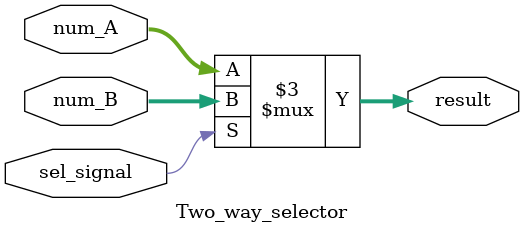
<source format=v>
module Two_way_selector(num_A,num_B,sel_signal,result);
  input [31:0]num_A;
  input [31:0]num_B;
  input sel_signal;
  
  output reg [31:0]result;
  
  always@(*)
  if(sel_signal)
    result=num_B;
  else
    result=num_A;
    
endmodule
</source>
